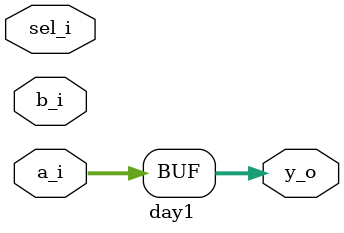
<source format=v>
module day1 (a_i,b_i,sel_i,y_o);
  input   wire [7:0]a_i;
  input   wire [7:0]b_i;
  input   wire  sel_i;
  output  reg  [7:0]y_o;


   always @*
    begin
        if (sel_i == 1'b0) begin
           y_o= a_i;
        end
        else begin
           y_o = a_i;
        end
    end

endmodule
</source>
